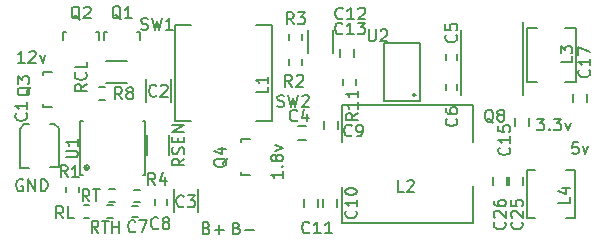
<source format=gto>
G04 #@! TF.FileFunction,Legend,Top*
%FSLAX46Y46*%
G04 Gerber Fmt 4.6, Leading zero omitted, Abs format (unit mm)*
G04 Created by KiCad (PCBNEW 0.201506222246+5806~23~ubuntu14.10.1-product) date Thu 09 Jul 2015 02:08:12 PM CDT*
%MOMM*%
G01*
G04 APERTURE LIST*
%ADD10C,0.100000*%
%ADD11C,0.150000*%
G04 APERTURE END LIST*
D10*
D11*
X104747060Y-102816660D02*
X105509060Y-102816660D01*
X105128060Y-99133660D02*
X104747060Y-99514660D01*
X105483660Y-99133660D02*
X105128060Y-99133660D01*
X104747060Y-99514660D02*
X104747060Y-102816660D01*
X104747060Y-99514660D02*
X104747060Y-102816660D01*
X105483660Y-99133660D02*
X105128060Y-99133660D01*
X105128060Y-99133660D02*
X104747060Y-99514660D01*
X104747060Y-102816660D02*
X105509060Y-102816660D01*
X108049060Y-102791260D02*
X107287060Y-102791260D01*
X107668060Y-99108260D02*
X108049060Y-99489260D01*
X107312460Y-99108260D02*
X107668060Y-99108260D01*
X108049060Y-99489260D02*
X108049060Y-102791260D01*
X108049060Y-99489260D02*
X108049060Y-102791260D01*
X107312460Y-99108260D02*
X107668060Y-99108260D01*
X107668060Y-99108260D02*
X108049060Y-99489260D01*
X108049060Y-102791260D02*
X107287060Y-102791260D01*
X119825000Y-106600000D02*
X119825000Y-104600000D01*
X117775000Y-104600000D02*
X117775000Y-106600000D01*
X128998460Y-100470260D02*
X128298460Y-100470260D01*
X128298460Y-99270260D02*
X128998460Y-99270260D01*
X140784560Y-93219460D02*
X140784560Y-93719460D01*
X141734560Y-93719460D02*
X141734560Y-93219460D01*
X141734560Y-96259460D02*
X141734560Y-95759460D01*
X140784560Y-95759460D02*
X140784560Y-96259460D01*
X114263360Y-106974660D02*
X114763360Y-106974660D01*
X114763360Y-106024660D02*
X114263360Y-106024660D01*
X117172760Y-105924160D02*
X117172760Y-105424160D01*
X116222760Y-105424160D02*
X116222760Y-105924160D01*
X130499560Y-99547160D02*
X130499560Y-98847160D01*
X131699560Y-98847160D02*
X131699560Y-99547160D01*
X131623360Y-105451160D02*
X131623360Y-106151160D01*
X130423360Y-106151160D02*
X130423360Y-105451160D01*
X130000300Y-105435920D02*
X130000300Y-106135920D01*
X128800300Y-106135920D02*
X128800300Y-105435920D01*
X131820360Y-93451160D02*
X131820360Y-92751160D01*
X133020360Y-92751160D02*
X133020360Y-93451160D01*
X146628560Y-99267760D02*
X146628560Y-98567760D01*
X147828560Y-98567760D02*
X147828560Y-99267760D01*
X152730760Y-96586560D02*
X152730760Y-97286560D01*
X151530760Y-97286560D02*
X151530760Y-96586560D01*
X146171360Y-104296960D02*
X146171360Y-103596960D01*
X147371360Y-103596960D02*
X147371360Y-104296960D01*
X144799760Y-104296960D02*
X144799760Y-103596960D01*
X145999760Y-103596960D02*
X145999760Y-104296960D01*
X126095760Y-98892360D02*
X124749560Y-98892360D01*
X126095760Y-98892360D02*
X126095760Y-90713560D01*
X126095760Y-90713560D02*
X124749560Y-90713560D01*
X117916960Y-98892360D02*
X119263160Y-98892360D01*
X117916960Y-98892360D02*
X117916960Y-90713560D01*
X117916960Y-90713560D02*
X119263160Y-90713560D01*
X132052060Y-104404160D02*
X132052060Y-107515660D01*
X132052060Y-107515660D02*
X143101060Y-107515660D01*
X143101060Y-107515660D02*
X143101060Y-104340660D01*
X132052060Y-100657660D02*
X132052060Y-97482660D01*
X132052060Y-97482660D02*
X143101060Y-97482660D01*
X143101060Y-97482660D02*
X143101060Y-100657660D01*
X147685760Y-90992960D02*
X148549360Y-90992960D01*
X147685760Y-90992960D02*
X147685760Y-95514160D01*
X147685760Y-95514160D02*
X148549360Y-95514160D01*
X151013160Y-95514160D02*
X150936960Y-95514160D01*
X151800560Y-90992960D02*
X150936960Y-90992960D01*
X151800560Y-90992960D02*
X151800560Y-95514160D01*
X151800560Y-95514160D02*
X151013160Y-95514160D01*
X147645120Y-103037640D02*
X148381720Y-103037640D01*
X147645120Y-103037640D02*
X147645120Y-107101640D01*
X147645120Y-107101640D02*
X148381720Y-107101640D01*
X151709120Y-103037640D02*
X150972520Y-103037640D01*
X151709120Y-103037640D02*
X151709120Y-107101640D01*
X151709120Y-107101640D02*
X150972520Y-107101640D01*
X114699160Y-91299760D02*
X114650900Y-91299760D01*
X111900180Y-92000800D02*
X111900180Y-91299760D01*
X111900180Y-91299760D02*
X112149100Y-91299760D01*
X114699160Y-91299760D02*
X114899820Y-91299760D01*
X114899820Y-91299760D02*
X114899820Y-92000800D01*
X111230360Y-91313000D02*
X111182100Y-91313000D01*
X108431380Y-92014040D02*
X108431380Y-91313000D01*
X108431380Y-91313000D02*
X108680300Y-91313000D01*
X111230360Y-91313000D02*
X111431020Y-91313000D01*
X111431020Y-91313000D02*
X111431020Y-92014040D01*
X106738420Y-94875400D02*
X106738420Y-94923660D01*
X107439460Y-97674380D02*
X106738420Y-97674380D01*
X106738420Y-97674380D02*
X106738420Y-97425460D01*
X106738420Y-94875400D02*
X106738420Y-94674740D01*
X106738420Y-94674740D02*
X107439460Y-94674740D01*
X123489720Y-100615800D02*
X123489720Y-100664060D01*
X124190760Y-103414780D02*
X123489720Y-103414780D01*
X123489720Y-103414780D02*
X123489720Y-103165860D01*
X123489720Y-100615800D02*
X123489720Y-100415140D01*
X123489720Y-100415140D02*
X124190760Y-100415140D01*
X109725000Y-104900000D02*
X109725000Y-104400000D01*
X108675000Y-104400000D02*
X108675000Y-104900000D01*
X127551960Y-93587760D02*
X127551960Y-94087760D01*
X128601960Y-94087760D02*
X128601960Y-93587760D01*
X128601960Y-91992260D02*
X128601960Y-91492260D01*
X127551960Y-91492260D02*
X127551960Y-91992260D01*
X114428460Y-105716560D02*
X114928460Y-105716560D01*
X114928460Y-104666560D02*
X114428460Y-104666560D01*
X111459200Y-97055160D02*
X111959200Y-97055160D01*
X111959200Y-96005160D02*
X111459200Y-96005160D01*
X113792000Y-95666560D02*
X112064800Y-95666560D01*
X112064800Y-93812360D02*
X113792000Y-93812360D01*
X110135860Y-107050060D02*
X110635860Y-107050060D01*
X110635860Y-106000060D02*
X110135860Y-106000060D01*
X115542060Y-101749860D02*
X115542060Y-100022660D01*
X117396260Y-100022660D02*
X117396260Y-101749860D01*
X112794860Y-104653860D02*
X112294860Y-104653860D01*
X112294860Y-105703860D02*
X112794860Y-105703860D01*
X112091660Y-107037360D02*
X112591660Y-107037360D01*
X112591660Y-105987360D02*
X112091660Y-105987360D01*
X110474760Y-102803960D02*
G75*
G03X110474760Y-102803960I-76200J0D01*
G01*
X110608014Y-102803960D02*
G75*
G03X110608014Y-102803960I-209454J0D01*
G01*
X115148360Y-103438960D02*
X115326160Y-103438960D01*
X115326160Y-103438960D02*
X115326160Y-98892360D01*
X115326160Y-98892360D02*
X115148360Y-98892360D01*
X110093760Y-103464360D02*
X109865160Y-103464360D01*
X109865160Y-103464360D02*
X109865160Y-98841560D01*
X109865160Y-98841560D02*
X110093760Y-98841560D01*
X138183281Y-96659460D02*
G75*
G03X138183281Y-96659460I-44721J0D01*
G01*
X138272782Y-96659460D02*
G75*
G03X138272782Y-96659460I-144222J0D01*
G01*
X138578560Y-97189460D02*
X135568560Y-97189460D01*
X135568560Y-97189460D02*
X135568560Y-92289460D01*
X135568560Y-92289460D02*
X138578560Y-92289460D01*
X138578560Y-92289460D02*
X138578560Y-97189460D01*
X133173960Y-95840360D02*
X133173960Y-95340360D01*
X132123960Y-95340360D02*
X132123960Y-95840360D01*
X147313960Y-90469040D02*
X147313960Y-96669040D01*
X142113960Y-91169040D02*
X142113960Y-96669040D01*
X129160160Y-91135960D02*
X129160160Y-93135960D01*
X131210160Y-93135960D02*
X131210160Y-91135960D01*
X117504320Y-97281240D02*
X117504320Y-95281240D01*
X115454320Y-95281240D02*
X115454320Y-97281240D01*
X123102382Y-107928571D02*
X123245239Y-107976190D01*
X123292858Y-108023810D01*
X123340477Y-108119048D01*
X123340477Y-108261905D01*
X123292858Y-108357143D01*
X123245239Y-108404762D01*
X123150001Y-108452381D01*
X122769048Y-108452381D01*
X122769048Y-107452381D01*
X123102382Y-107452381D01*
X123197620Y-107500000D01*
X123245239Y-107547619D01*
X123292858Y-107642857D01*
X123292858Y-107738095D01*
X123245239Y-107833333D01*
X123197620Y-107880952D01*
X123102382Y-107928571D01*
X122769048Y-107928571D01*
X123769048Y-108071429D02*
X124530953Y-108071429D01*
X105259143Y-98210666D02*
X105306762Y-98258285D01*
X105354381Y-98401142D01*
X105354381Y-98496380D01*
X105306762Y-98639238D01*
X105211524Y-98734476D01*
X105116286Y-98782095D01*
X104925810Y-98829714D01*
X104782952Y-98829714D01*
X104592476Y-98782095D01*
X104497238Y-98734476D01*
X104402000Y-98639238D01*
X104354381Y-98496380D01*
X104354381Y-98401142D01*
X104402000Y-98258285D01*
X104449619Y-98210666D01*
X105354381Y-97258285D02*
X105354381Y-97829714D01*
X105354381Y-97544000D02*
X104354381Y-97544000D01*
X104497238Y-97639238D01*
X104592476Y-97734476D01*
X104640095Y-97829714D01*
X118613014Y-106058743D02*
X118565395Y-106106362D01*
X118422538Y-106153981D01*
X118327300Y-106153981D01*
X118184442Y-106106362D01*
X118089204Y-106011124D01*
X118041585Y-105915886D01*
X117993966Y-105725410D01*
X117993966Y-105582552D01*
X118041585Y-105392076D01*
X118089204Y-105296838D01*
X118184442Y-105201600D01*
X118327300Y-105153981D01*
X118422538Y-105153981D01*
X118565395Y-105201600D01*
X118613014Y-105249219D01*
X118946347Y-105153981D02*
X119565395Y-105153981D01*
X119232061Y-105534933D01*
X119374919Y-105534933D01*
X119470157Y-105582552D01*
X119517776Y-105630171D01*
X119565395Y-105725410D01*
X119565395Y-105963505D01*
X119517776Y-106058743D01*
X119470157Y-106106362D01*
X119374919Y-106153981D01*
X119089204Y-106153981D01*
X118993966Y-106106362D01*
X118946347Y-106058743D01*
X128215094Y-98797383D02*
X128167475Y-98845002D01*
X128024618Y-98892621D01*
X127929380Y-98892621D01*
X127786522Y-98845002D01*
X127691284Y-98749764D01*
X127643665Y-98654526D01*
X127596046Y-98464050D01*
X127596046Y-98321192D01*
X127643665Y-98130716D01*
X127691284Y-98035478D01*
X127786522Y-97940240D01*
X127929380Y-97892621D01*
X128024618Y-97892621D01*
X128167475Y-97940240D01*
X128215094Y-97987859D01*
X129072237Y-98225954D02*
X129072237Y-98892621D01*
X128834141Y-97845002D02*
X128596046Y-98559288D01*
X129215094Y-98559288D01*
X141667503Y-91566026D02*
X141715122Y-91613645D01*
X141762741Y-91756502D01*
X141762741Y-91851740D01*
X141715122Y-91994598D01*
X141619884Y-92089836D01*
X141524646Y-92137455D01*
X141334170Y-92185074D01*
X141191312Y-92185074D01*
X141000836Y-92137455D01*
X140905598Y-92089836D01*
X140810360Y-91994598D01*
X140762741Y-91851740D01*
X140762741Y-91756502D01*
X140810360Y-91613645D01*
X140857979Y-91566026D01*
X140762741Y-90661264D02*
X140762741Y-91137455D01*
X141238931Y-91185074D01*
X141191312Y-91137455D01*
X141143693Y-91042217D01*
X141143693Y-90804121D01*
X141191312Y-90708883D01*
X141238931Y-90661264D01*
X141334170Y-90613645D01*
X141572265Y-90613645D01*
X141667503Y-90661264D01*
X141715122Y-90708883D01*
X141762741Y-90804121D01*
X141762741Y-91042217D01*
X141715122Y-91137455D01*
X141667503Y-91185074D01*
X141692903Y-98652626D02*
X141740522Y-98700245D01*
X141788141Y-98843102D01*
X141788141Y-98938340D01*
X141740522Y-99081198D01*
X141645284Y-99176436D01*
X141550046Y-99224055D01*
X141359570Y-99271674D01*
X141216712Y-99271674D01*
X141026236Y-99224055D01*
X140930998Y-99176436D01*
X140835760Y-99081198D01*
X140788141Y-98938340D01*
X140788141Y-98843102D01*
X140835760Y-98700245D01*
X140883379Y-98652626D01*
X140788141Y-97795483D02*
X140788141Y-97985960D01*
X140835760Y-98081198D01*
X140883379Y-98128817D01*
X141026236Y-98224055D01*
X141216712Y-98271674D01*
X141597665Y-98271674D01*
X141692903Y-98224055D01*
X141740522Y-98176436D01*
X141788141Y-98081198D01*
X141788141Y-97890721D01*
X141740522Y-97795483D01*
X141692903Y-97747864D01*
X141597665Y-97700245D01*
X141359570Y-97700245D01*
X141264331Y-97747864D01*
X141216712Y-97795483D01*
X141169093Y-97890721D01*
X141169093Y-98081198D01*
X141216712Y-98176436D01*
X141264331Y-98224055D01*
X141359570Y-98271674D01*
X114511794Y-108177603D02*
X114464175Y-108225222D01*
X114321318Y-108272841D01*
X114226080Y-108272841D01*
X114083222Y-108225222D01*
X113987984Y-108129984D01*
X113940365Y-108034746D01*
X113892746Y-107844270D01*
X113892746Y-107701412D01*
X113940365Y-107510936D01*
X113987984Y-107415698D01*
X114083222Y-107320460D01*
X114226080Y-107272841D01*
X114321318Y-107272841D01*
X114464175Y-107320460D01*
X114511794Y-107368079D01*
X114845127Y-107272841D02*
X115511794Y-107272841D01*
X115083222Y-108272841D01*
X116442194Y-107910903D02*
X116394575Y-107958522D01*
X116251718Y-108006141D01*
X116156480Y-108006141D01*
X116013622Y-107958522D01*
X115918384Y-107863284D01*
X115870765Y-107768046D01*
X115823146Y-107577570D01*
X115823146Y-107434712D01*
X115870765Y-107244236D01*
X115918384Y-107148998D01*
X116013622Y-107053760D01*
X116156480Y-107006141D01*
X116251718Y-107006141D01*
X116394575Y-107053760D01*
X116442194Y-107101379D01*
X117013622Y-107434712D02*
X116918384Y-107387093D01*
X116870765Y-107339474D01*
X116823146Y-107244236D01*
X116823146Y-107196617D01*
X116870765Y-107101379D01*
X116918384Y-107053760D01*
X117013622Y-107006141D01*
X117204099Y-107006141D01*
X117299337Y-107053760D01*
X117346956Y-107101379D01*
X117394575Y-107196617D01*
X117394575Y-107244236D01*
X117346956Y-107339474D01*
X117299337Y-107387093D01*
X117204099Y-107434712D01*
X117013622Y-107434712D01*
X116918384Y-107482331D01*
X116870765Y-107529950D01*
X116823146Y-107625189D01*
X116823146Y-107815665D01*
X116870765Y-107910903D01*
X116918384Y-107958522D01*
X117013622Y-108006141D01*
X117204099Y-108006141D01*
X117299337Y-107958522D01*
X117346956Y-107910903D01*
X117394575Y-107815665D01*
X117394575Y-107625189D01*
X117346956Y-107529950D01*
X117299337Y-107482331D01*
X117204099Y-107434712D01*
X132833334Y-100057143D02*
X132785715Y-100104762D01*
X132642858Y-100152381D01*
X132547620Y-100152381D01*
X132404762Y-100104762D01*
X132309524Y-100009524D01*
X132261905Y-99914286D01*
X132214286Y-99723810D01*
X132214286Y-99580952D01*
X132261905Y-99390476D01*
X132309524Y-99295238D01*
X132404762Y-99200000D01*
X132547620Y-99152381D01*
X132642858Y-99152381D01*
X132785715Y-99200000D01*
X132833334Y-99247619D01*
X133309524Y-100152381D02*
X133500000Y-100152381D01*
X133595239Y-100104762D01*
X133642858Y-100057143D01*
X133738096Y-99914286D01*
X133785715Y-99723810D01*
X133785715Y-99342857D01*
X133738096Y-99247619D01*
X133690477Y-99200000D01*
X133595239Y-99152381D01*
X133404762Y-99152381D01*
X133309524Y-99200000D01*
X133261905Y-99247619D01*
X133214286Y-99342857D01*
X133214286Y-99580952D01*
X133261905Y-99676190D01*
X133309524Y-99723810D01*
X133404762Y-99771429D01*
X133595239Y-99771429D01*
X133690477Y-99723810D01*
X133738096Y-99676190D01*
X133785715Y-99580952D01*
X133183903Y-106456717D02*
X133231522Y-106504336D01*
X133279141Y-106647193D01*
X133279141Y-106742431D01*
X133231522Y-106885289D01*
X133136284Y-106980527D01*
X133041046Y-107028146D01*
X132850570Y-107075765D01*
X132707712Y-107075765D01*
X132517236Y-107028146D01*
X132421998Y-106980527D01*
X132326760Y-106885289D01*
X132279141Y-106742431D01*
X132279141Y-106647193D01*
X132326760Y-106504336D01*
X132374379Y-106456717D01*
X133279141Y-105504336D02*
X133279141Y-106075765D01*
X133279141Y-105790051D02*
X132279141Y-105790051D01*
X132421998Y-105885289D01*
X132517236Y-105980527D01*
X132564855Y-106075765D01*
X132279141Y-104885289D02*
X132279141Y-104790050D01*
X132326760Y-104694812D01*
X132374379Y-104647193D01*
X132469617Y-104599574D01*
X132660093Y-104551955D01*
X132898189Y-104551955D01*
X133088665Y-104599574D01*
X133183903Y-104647193D01*
X133231522Y-104694812D01*
X133279141Y-104790050D01*
X133279141Y-104885289D01*
X133231522Y-104980527D01*
X133183903Y-105028146D01*
X133088665Y-105075765D01*
X132898189Y-105123384D01*
X132660093Y-105123384D01*
X132469617Y-105075765D01*
X132374379Y-105028146D01*
X132326760Y-104980527D01*
X132279141Y-104885289D01*
X129260363Y-108269043D02*
X129212744Y-108316662D01*
X129069887Y-108364281D01*
X128974649Y-108364281D01*
X128831791Y-108316662D01*
X128736553Y-108221424D01*
X128688934Y-108126186D01*
X128641315Y-107935710D01*
X128641315Y-107792852D01*
X128688934Y-107602376D01*
X128736553Y-107507138D01*
X128831791Y-107411900D01*
X128974649Y-107364281D01*
X129069887Y-107364281D01*
X129212744Y-107411900D01*
X129260363Y-107459519D01*
X130212744Y-108364281D02*
X129641315Y-108364281D01*
X129927029Y-108364281D02*
X129927029Y-107364281D01*
X129831791Y-107507138D01*
X129736553Y-107602376D01*
X129641315Y-107649995D01*
X131165125Y-108364281D02*
X130593696Y-108364281D01*
X130879410Y-108364281D02*
X130879410Y-107364281D01*
X130784172Y-107507138D01*
X130688934Y-107602376D01*
X130593696Y-107649995D01*
X132051823Y-91426303D02*
X132004204Y-91473922D01*
X131861347Y-91521541D01*
X131766109Y-91521541D01*
X131623251Y-91473922D01*
X131528013Y-91378684D01*
X131480394Y-91283446D01*
X131432775Y-91092970D01*
X131432775Y-90950112D01*
X131480394Y-90759636D01*
X131528013Y-90664398D01*
X131623251Y-90569160D01*
X131766109Y-90521541D01*
X131861347Y-90521541D01*
X132004204Y-90569160D01*
X132051823Y-90616779D01*
X133004204Y-91521541D02*
X132432775Y-91521541D01*
X132718489Y-91521541D02*
X132718489Y-90521541D01*
X132623251Y-90664398D01*
X132528013Y-90759636D01*
X132432775Y-90807255D01*
X133337537Y-90521541D02*
X133956585Y-90521541D01*
X133623251Y-90902493D01*
X133766109Y-90902493D01*
X133861347Y-90950112D01*
X133908966Y-90997731D01*
X133956585Y-91092970D01*
X133956585Y-91331065D01*
X133908966Y-91426303D01*
X133861347Y-91473922D01*
X133766109Y-91521541D01*
X133480394Y-91521541D01*
X133385156Y-91473922D01*
X133337537Y-91426303D01*
X146163303Y-101110017D02*
X146210922Y-101157636D01*
X146258541Y-101300493D01*
X146258541Y-101395731D01*
X146210922Y-101538589D01*
X146115684Y-101633827D01*
X146020446Y-101681446D01*
X145829970Y-101729065D01*
X145687112Y-101729065D01*
X145496636Y-101681446D01*
X145401398Y-101633827D01*
X145306160Y-101538589D01*
X145258541Y-101395731D01*
X145258541Y-101300493D01*
X145306160Y-101157636D01*
X145353779Y-101110017D01*
X146258541Y-100157636D02*
X146258541Y-100729065D01*
X146258541Y-100443351D02*
X145258541Y-100443351D01*
X145401398Y-100538589D01*
X145496636Y-100633827D01*
X145544255Y-100729065D01*
X145258541Y-99252874D02*
X145258541Y-99729065D01*
X145734731Y-99776684D01*
X145687112Y-99729065D01*
X145639493Y-99633827D01*
X145639493Y-99395731D01*
X145687112Y-99300493D01*
X145734731Y-99252874D01*
X145829970Y-99205255D01*
X146068065Y-99205255D01*
X146163303Y-99252874D01*
X146210922Y-99300493D01*
X146258541Y-99395731D01*
X146258541Y-99633827D01*
X146210922Y-99729065D01*
X146163303Y-99776684D01*
X152929863Y-94526337D02*
X152977482Y-94573956D01*
X153025101Y-94716813D01*
X153025101Y-94812051D01*
X152977482Y-94954909D01*
X152882244Y-95050147D01*
X152787006Y-95097766D01*
X152596530Y-95145385D01*
X152453672Y-95145385D01*
X152263196Y-95097766D01*
X152167958Y-95050147D01*
X152072720Y-94954909D01*
X152025101Y-94812051D01*
X152025101Y-94716813D01*
X152072720Y-94573956D01*
X152120339Y-94526337D01*
X153025101Y-93573956D02*
X153025101Y-94145385D01*
X153025101Y-93859671D02*
X152025101Y-93859671D01*
X152167958Y-93954909D01*
X152263196Y-94050147D01*
X152310815Y-94145385D01*
X152025101Y-93240623D02*
X152025101Y-92573956D01*
X153025101Y-93002528D01*
X147230103Y-107409217D02*
X147277722Y-107456836D01*
X147325341Y-107599693D01*
X147325341Y-107694931D01*
X147277722Y-107837789D01*
X147182484Y-107933027D01*
X147087246Y-107980646D01*
X146896770Y-108028265D01*
X146753912Y-108028265D01*
X146563436Y-107980646D01*
X146468198Y-107933027D01*
X146372960Y-107837789D01*
X146325341Y-107694931D01*
X146325341Y-107599693D01*
X146372960Y-107456836D01*
X146420579Y-107409217D01*
X146420579Y-107028265D02*
X146372960Y-106980646D01*
X146325341Y-106885408D01*
X146325341Y-106647312D01*
X146372960Y-106552074D01*
X146420579Y-106504455D01*
X146515817Y-106456836D01*
X146611055Y-106456836D01*
X146753912Y-106504455D01*
X147325341Y-107075884D01*
X147325341Y-106456836D01*
X146325341Y-105552074D02*
X146325341Y-106028265D01*
X146801531Y-106075884D01*
X146753912Y-106028265D01*
X146706293Y-105933027D01*
X146706293Y-105694931D01*
X146753912Y-105599693D01*
X146801531Y-105552074D01*
X146896770Y-105504455D01*
X147134865Y-105504455D01*
X147230103Y-105552074D01*
X147277722Y-105599693D01*
X147325341Y-105694931D01*
X147325341Y-105933027D01*
X147277722Y-106028265D01*
X147230103Y-106075884D01*
X145782303Y-107409217D02*
X145829922Y-107456836D01*
X145877541Y-107599693D01*
X145877541Y-107694931D01*
X145829922Y-107837789D01*
X145734684Y-107933027D01*
X145639446Y-107980646D01*
X145448970Y-108028265D01*
X145306112Y-108028265D01*
X145115636Y-107980646D01*
X145020398Y-107933027D01*
X144925160Y-107837789D01*
X144877541Y-107694931D01*
X144877541Y-107599693D01*
X144925160Y-107456836D01*
X144972779Y-107409217D01*
X144972779Y-107028265D02*
X144925160Y-106980646D01*
X144877541Y-106885408D01*
X144877541Y-106647312D01*
X144925160Y-106552074D01*
X144972779Y-106504455D01*
X145068017Y-106456836D01*
X145163255Y-106456836D01*
X145306112Y-106504455D01*
X145877541Y-107075884D01*
X145877541Y-106456836D01*
X144877541Y-105599693D02*
X144877541Y-105790170D01*
X144925160Y-105885408D01*
X144972779Y-105933027D01*
X145115636Y-106028265D01*
X145306112Y-106075884D01*
X145687065Y-106075884D01*
X145782303Y-106028265D01*
X145829922Y-105980646D01*
X145877541Y-105885408D01*
X145877541Y-105694931D01*
X145829922Y-105599693D01*
X145782303Y-105552074D01*
X145687065Y-105504455D01*
X145448970Y-105504455D01*
X145353731Y-105552074D01*
X145306112Y-105599693D01*
X145258493Y-105694931D01*
X145258493Y-105885408D01*
X145306112Y-105980646D01*
X145353731Y-106028265D01*
X145448970Y-106075884D01*
X125709941Y-95947526D02*
X125709941Y-96423717D01*
X124709941Y-96423717D01*
X125709941Y-95090383D02*
X125709941Y-95661812D01*
X125709941Y-95376098D02*
X124709941Y-95376098D01*
X124852798Y-95471336D01*
X124948036Y-95566574D01*
X124995655Y-95661812D01*
X137247334Y-104846381D02*
X136771143Y-104846381D01*
X136771143Y-103846381D01*
X137533048Y-103941619D02*
X137580667Y-103894000D01*
X137675905Y-103846381D01*
X137914001Y-103846381D01*
X138009239Y-103894000D01*
X138056858Y-103941619D01*
X138104477Y-104036857D01*
X138104477Y-104132095D01*
X138056858Y-104274952D01*
X137485429Y-104846381D01*
X138104477Y-104846381D01*
X151516341Y-93369426D02*
X151516341Y-93845617D01*
X150516341Y-93845617D01*
X150516341Y-93131331D02*
X150516341Y-92512283D01*
X150897293Y-92845617D01*
X150897293Y-92702759D01*
X150944912Y-92607521D01*
X150992531Y-92559902D01*
X151087770Y-92512283D01*
X151325865Y-92512283D01*
X151421103Y-92559902D01*
X151468722Y-92607521D01*
X151516341Y-92702759D01*
X151516341Y-92988474D01*
X151468722Y-93083712D01*
X151421103Y-93131331D01*
X151328381Y-105322666D02*
X151328381Y-105798857D01*
X150328381Y-105798857D01*
X150661714Y-104560761D02*
X151328381Y-104560761D01*
X150280762Y-104798857D02*
X150995048Y-105036952D01*
X150995048Y-104417904D01*
X113304762Y-90247619D02*
X113209524Y-90200000D01*
X113114286Y-90104762D01*
X112971429Y-89961905D01*
X112876190Y-89914286D01*
X112780952Y-89914286D01*
X112828571Y-90152381D02*
X112733333Y-90104762D01*
X112638095Y-90009524D01*
X112590476Y-89819048D01*
X112590476Y-89485714D01*
X112638095Y-89295238D01*
X112733333Y-89200000D01*
X112828571Y-89152381D01*
X113019048Y-89152381D01*
X113114286Y-89200000D01*
X113209524Y-89295238D01*
X113257143Y-89485714D01*
X113257143Y-89819048D01*
X113209524Y-90009524D01*
X113114286Y-90104762D01*
X113019048Y-90152381D01*
X112828571Y-90152381D01*
X114209524Y-90152381D02*
X113638095Y-90152381D01*
X113923809Y-90152381D02*
X113923809Y-89152381D01*
X113828571Y-89295238D01*
X113733333Y-89390476D01*
X113638095Y-89438095D01*
X109835962Y-90260859D02*
X109740724Y-90213240D01*
X109645486Y-90118002D01*
X109502629Y-89975145D01*
X109407390Y-89927526D01*
X109312152Y-89927526D01*
X109359771Y-90165621D02*
X109264533Y-90118002D01*
X109169295Y-90022764D01*
X109121676Y-89832288D01*
X109121676Y-89498954D01*
X109169295Y-89308478D01*
X109264533Y-89213240D01*
X109359771Y-89165621D01*
X109550248Y-89165621D01*
X109645486Y-89213240D01*
X109740724Y-89308478D01*
X109788343Y-89498954D01*
X109788343Y-89832288D01*
X109740724Y-90022764D01*
X109645486Y-90118002D01*
X109550248Y-90165621D01*
X109359771Y-90165621D01*
X110169295Y-89260859D02*
X110216914Y-89213240D01*
X110312152Y-89165621D01*
X110550248Y-89165621D01*
X110645486Y-89213240D01*
X110693105Y-89260859D01*
X110740724Y-89356097D01*
X110740724Y-89451335D01*
X110693105Y-89594192D01*
X110121676Y-90165621D01*
X110740724Y-90165621D01*
X105647739Y-95975158D02*
X105600120Y-96070396D01*
X105504882Y-96165634D01*
X105362025Y-96308491D01*
X105314406Y-96403730D01*
X105314406Y-96498968D01*
X105552501Y-96451349D02*
X105504882Y-96546587D01*
X105409644Y-96641825D01*
X105219168Y-96689444D01*
X104885834Y-96689444D01*
X104695358Y-96641825D01*
X104600120Y-96546587D01*
X104552501Y-96451349D01*
X104552501Y-96260872D01*
X104600120Y-96165634D01*
X104695358Y-96070396D01*
X104885834Y-96022777D01*
X105219168Y-96022777D01*
X105409644Y-96070396D01*
X105504882Y-96165634D01*
X105552501Y-96260872D01*
X105552501Y-96451349D01*
X104552501Y-95689444D02*
X104552501Y-95070396D01*
X104933453Y-95403730D01*
X104933453Y-95260872D01*
X104981072Y-95165634D01*
X105028691Y-95118015D01*
X105123930Y-95070396D01*
X105362025Y-95070396D01*
X105457263Y-95118015D01*
X105504882Y-95165634D01*
X105552501Y-95260872D01*
X105552501Y-95546587D01*
X105504882Y-95641825D01*
X105457263Y-95689444D01*
X122297619Y-101995238D02*
X122250000Y-102090476D01*
X122154762Y-102185714D01*
X122011905Y-102328571D01*
X121964286Y-102423810D01*
X121964286Y-102519048D01*
X122202381Y-102471429D02*
X122154762Y-102566667D01*
X122059524Y-102661905D01*
X121869048Y-102709524D01*
X121535714Y-102709524D01*
X121345238Y-102661905D01*
X121250000Y-102566667D01*
X121202381Y-102471429D01*
X121202381Y-102280952D01*
X121250000Y-102185714D01*
X121345238Y-102090476D01*
X121535714Y-102042857D01*
X121869048Y-102042857D01*
X122059524Y-102090476D01*
X122154762Y-102185714D01*
X122202381Y-102280952D01*
X122202381Y-102471429D01*
X121535714Y-101185714D02*
X122202381Y-101185714D01*
X121154762Y-101423810D02*
X121869048Y-101661905D01*
X121869048Y-101042857D01*
X108783334Y-103602381D02*
X108450000Y-103126190D01*
X108211905Y-103602381D02*
X108211905Y-102602381D01*
X108592858Y-102602381D01*
X108688096Y-102650000D01*
X108735715Y-102697619D01*
X108783334Y-102792857D01*
X108783334Y-102935714D01*
X108735715Y-103030952D01*
X108688096Y-103078571D01*
X108592858Y-103126190D01*
X108211905Y-103126190D01*
X109735715Y-103602381D02*
X109164286Y-103602381D01*
X109450000Y-103602381D02*
X109450000Y-102602381D01*
X109354762Y-102745238D01*
X109259524Y-102840476D01*
X109164286Y-102888095D01*
X127783294Y-95941141D02*
X127449960Y-95464950D01*
X127211865Y-95941141D02*
X127211865Y-94941141D01*
X127592818Y-94941141D01*
X127688056Y-94988760D01*
X127735675Y-95036379D01*
X127783294Y-95131617D01*
X127783294Y-95274474D01*
X127735675Y-95369712D01*
X127688056Y-95417331D01*
X127592818Y-95464950D01*
X127211865Y-95464950D01*
X128164246Y-95036379D02*
X128211865Y-94988760D01*
X128307103Y-94941141D01*
X128545199Y-94941141D01*
X128640437Y-94988760D01*
X128688056Y-95036379D01*
X128735675Y-95131617D01*
X128735675Y-95226855D01*
X128688056Y-95369712D01*
X128116627Y-95941141D01*
X128735675Y-95941141D01*
X127925534Y-90657941D02*
X127592200Y-90181750D01*
X127354105Y-90657941D02*
X127354105Y-89657941D01*
X127735058Y-89657941D01*
X127830296Y-89705560D01*
X127877915Y-89753179D01*
X127925534Y-89848417D01*
X127925534Y-89991274D01*
X127877915Y-90086512D01*
X127830296Y-90134131D01*
X127735058Y-90181750D01*
X127354105Y-90181750D01*
X128258867Y-89657941D02*
X128877915Y-89657941D01*
X128544581Y-90038893D01*
X128687439Y-90038893D01*
X128782677Y-90086512D01*
X128830296Y-90134131D01*
X128877915Y-90229370D01*
X128877915Y-90467465D01*
X128830296Y-90562703D01*
X128782677Y-90610322D01*
X128687439Y-90657941D01*
X128401724Y-90657941D01*
X128306486Y-90610322D01*
X128258867Y-90562703D01*
X116200894Y-104259641D02*
X115867560Y-103783450D01*
X115629465Y-104259641D02*
X115629465Y-103259641D01*
X116010418Y-103259641D01*
X116105656Y-103307260D01*
X116153275Y-103354879D01*
X116200894Y-103450117D01*
X116200894Y-103592974D01*
X116153275Y-103688212D01*
X116105656Y-103735831D01*
X116010418Y-103783450D01*
X115629465Y-103783450D01*
X117058037Y-103592974D02*
X117058037Y-104259641D01*
X116819941Y-103212022D02*
X116581846Y-103926308D01*
X117200894Y-103926308D01*
X113383334Y-97002381D02*
X113050000Y-96526190D01*
X112811905Y-97002381D02*
X112811905Y-96002381D01*
X113192858Y-96002381D01*
X113288096Y-96050000D01*
X113335715Y-96097619D01*
X113383334Y-96192857D01*
X113383334Y-96335714D01*
X113335715Y-96430952D01*
X113288096Y-96478571D01*
X113192858Y-96526190D01*
X112811905Y-96526190D01*
X113954762Y-96430952D02*
X113859524Y-96383333D01*
X113811905Y-96335714D01*
X113764286Y-96240476D01*
X113764286Y-96192857D01*
X113811905Y-96097619D01*
X113859524Y-96050000D01*
X113954762Y-96002381D01*
X114145239Y-96002381D01*
X114240477Y-96050000D01*
X114288096Y-96097619D01*
X114335715Y-96192857D01*
X114335715Y-96240476D01*
X114288096Y-96335714D01*
X114240477Y-96383333D01*
X114145239Y-96430952D01*
X113954762Y-96430952D01*
X113859524Y-96478571D01*
X113811905Y-96526190D01*
X113764286Y-96621429D01*
X113764286Y-96811905D01*
X113811905Y-96907143D01*
X113859524Y-96954762D01*
X113954762Y-97002381D01*
X114145239Y-97002381D01*
X114240477Y-96954762D01*
X114288096Y-96907143D01*
X114335715Y-96811905D01*
X114335715Y-96621429D01*
X114288096Y-96526190D01*
X114240477Y-96478571D01*
X114145239Y-96430952D01*
X110402381Y-95745238D02*
X109926190Y-96078572D01*
X110402381Y-96316667D02*
X109402381Y-96316667D01*
X109402381Y-95935714D01*
X109450000Y-95840476D01*
X109497619Y-95792857D01*
X109592857Y-95745238D01*
X109735714Y-95745238D01*
X109830952Y-95792857D01*
X109878571Y-95840476D01*
X109926190Y-95935714D01*
X109926190Y-96316667D01*
X110307143Y-94745238D02*
X110354762Y-94792857D01*
X110402381Y-94935714D01*
X110402381Y-95030952D01*
X110354762Y-95173810D01*
X110259524Y-95269048D01*
X110164286Y-95316667D01*
X109973810Y-95364286D01*
X109830952Y-95364286D01*
X109640476Y-95316667D01*
X109545238Y-95269048D01*
X109450000Y-95173810D01*
X109402381Y-95030952D01*
X109402381Y-94935714D01*
X109450000Y-94792857D01*
X109497619Y-94745238D01*
X110402381Y-93840476D02*
X110402381Y-94316667D01*
X109402381Y-94316667D01*
X108411022Y-107091741D02*
X108077688Y-106615550D01*
X107839593Y-107091741D02*
X107839593Y-106091741D01*
X108220546Y-106091741D01*
X108315784Y-106139360D01*
X108363403Y-106186979D01*
X108411022Y-106282217D01*
X108411022Y-106425074D01*
X108363403Y-106520312D01*
X108315784Y-106567931D01*
X108220546Y-106615550D01*
X107839593Y-106615550D01*
X109315784Y-107091741D02*
X108839593Y-107091741D01*
X108839593Y-106091741D01*
X118652381Y-102042857D02*
X118176190Y-102376191D01*
X118652381Y-102614286D02*
X117652381Y-102614286D01*
X117652381Y-102233333D01*
X117700000Y-102138095D01*
X117747619Y-102090476D01*
X117842857Y-102042857D01*
X117985714Y-102042857D01*
X118080952Y-102090476D01*
X118128571Y-102138095D01*
X118176190Y-102233333D01*
X118176190Y-102614286D01*
X118604762Y-101661905D02*
X118652381Y-101519048D01*
X118652381Y-101280952D01*
X118604762Y-101185714D01*
X118557143Y-101138095D01*
X118461905Y-101090476D01*
X118366667Y-101090476D01*
X118271429Y-101138095D01*
X118223810Y-101185714D01*
X118176190Y-101280952D01*
X118128571Y-101471429D01*
X118080952Y-101566667D01*
X118033333Y-101614286D01*
X117938095Y-101661905D01*
X117842857Y-101661905D01*
X117747619Y-101614286D01*
X117700000Y-101566667D01*
X117652381Y-101471429D01*
X117652381Y-101233333D01*
X117700000Y-101090476D01*
X118128571Y-100661905D02*
X118128571Y-100328571D01*
X118652381Y-100185714D02*
X118652381Y-100661905D01*
X117652381Y-100661905D01*
X117652381Y-100185714D01*
X118652381Y-99757143D02*
X117652381Y-99757143D01*
X118652381Y-99185714D01*
X117652381Y-99185714D01*
X110628572Y-105652381D02*
X110295238Y-105176190D01*
X110057143Y-105652381D02*
X110057143Y-104652381D01*
X110438096Y-104652381D01*
X110533334Y-104700000D01*
X110580953Y-104747619D01*
X110628572Y-104842857D01*
X110628572Y-104985714D01*
X110580953Y-105080952D01*
X110533334Y-105128571D01*
X110438096Y-105176190D01*
X110057143Y-105176190D01*
X110914286Y-104652381D02*
X111485715Y-104652381D01*
X111200000Y-105652381D02*
X111200000Y-104652381D01*
X111390822Y-108310941D02*
X111057488Y-107834750D01*
X110819393Y-108310941D02*
X110819393Y-107310941D01*
X111200346Y-107310941D01*
X111295584Y-107358560D01*
X111343203Y-107406179D01*
X111390822Y-107501417D01*
X111390822Y-107644274D01*
X111343203Y-107739512D01*
X111295584Y-107787131D01*
X111200346Y-107834750D01*
X110819393Y-107834750D01*
X111676536Y-107310941D02*
X112247965Y-107310941D01*
X111962250Y-108310941D02*
X111962250Y-107310941D01*
X112581298Y-108310941D02*
X112581298Y-107310941D01*
X112581298Y-107787131D02*
X113152727Y-107787131D01*
X113152727Y-108310941D02*
X113152727Y-107310941D01*
X108646141Y-101939465D02*
X109455665Y-101939465D01*
X109550903Y-101891846D01*
X109598522Y-101844227D01*
X109646141Y-101748989D01*
X109646141Y-101558512D01*
X109598522Y-101463274D01*
X109550903Y-101415655D01*
X109455665Y-101368036D01*
X108646141Y-101368036D01*
X109646141Y-100368036D02*
X109646141Y-100939465D01*
X109646141Y-100653751D02*
X108646141Y-100653751D01*
X108788998Y-100748989D01*
X108884236Y-100844227D01*
X108931855Y-100939465D01*
X134288095Y-91102381D02*
X134288095Y-91911905D01*
X134335714Y-92007143D01*
X134383333Y-92054762D01*
X134478571Y-92102381D01*
X134669048Y-92102381D01*
X134764286Y-92054762D01*
X134811905Y-92007143D01*
X134859524Y-91911905D01*
X134859524Y-91102381D01*
X135288095Y-91197619D02*
X135335714Y-91150000D01*
X135430952Y-91102381D01*
X135669048Y-91102381D01*
X135764286Y-91150000D01*
X135811905Y-91197619D01*
X135859524Y-91292857D01*
X135859524Y-91388095D01*
X135811905Y-91530952D01*
X135240476Y-92102381D01*
X135859524Y-92102381D01*
X133352381Y-98192857D02*
X132876190Y-98526191D01*
X133352381Y-98764286D02*
X132352381Y-98764286D01*
X132352381Y-98383333D01*
X132400000Y-98288095D01*
X132447619Y-98240476D01*
X132542857Y-98192857D01*
X132685714Y-98192857D01*
X132780952Y-98240476D01*
X132828571Y-98288095D01*
X132876190Y-98383333D01*
X132876190Y-98764286D01*
X133352381Y-97240476D02*
X133352381Y-97811905D01*
X133352381Y-97526191D02*
X132352381Y-97526191D01*
X132495238Y-97621429D01*
X132590476Y-97716667D01*
X132638095Y-97811905D01*
X133352381Y-96288095D02*
X133352381Y-96859524D01*
X133352381Y-96573810D02*
X132352381Y-96573810D01*
X132495238Y-96669048D01*
X132590476Y-96764286D01*
X132638095Y-96859524D01*
X144837162Y-98998019D02*
X144741924Y-98950400D01*
X144646686Y-98855162D01*
X144503829Y-98712305D01*
X144408590Y-98664686D01*
X144313352Y-98664686D01*
X144360971Y-98902781D02*
X144265733Y-98855162D01*
X144170495Y-98759924D01*
X144122876Y-98569448D01*
X144122876Y-98236114D01*
X144170495Y-98045638D01*
X144265733Y-97950400D01*
X144360971Y-97902781D01*
X144551448Y-97902781D01*
X144646686Y-97950400D01*
X144741924Y-98045638D01*
X144789543Y-98236114D01*
X144789543Y-98569448D01*
X144741924Y-98759924D01*
X144646686Y-98855162D01*
X144551448Y-98902781D01*
X144360971Y-98902781D01*
X145360971Y-98331352D02*
X145265733Y-98283733D01*
X145218114Y-98236114D01*
X145170495Y-98140876D01*
X145170495Y-98093257D01*
X145218114Y-97998019D01*
X145265733Y-97950400D01*
X145360971Y-97902781D01*
X145551448Y-97902781D01*
X145646686Y-97950400D01*
X145694305Y-97998019D01*
X145741924Y-98093257D01*
X145741924Y-98140876D01*
X145694305Y-98236114D01*
X145646686Y-98283733D01*
X145551448Y-98331352D01*
X145360971Y-98331352D01*
X145265733Y-98378971D01*
X145218114Y-98426590D01*
X145170495Y-98521829D01*
X145170495Y-98712305D01*
X145218114Y-98807543D01*
X145265733Y-98855162D01*
X145360971Y-98902781D01*
X145551448Y-98902781D01*
X145646686Y-98855162D01*
X145694305Y-98807543D01*
X145741924Y-98712305D01*
X145741924Y-98521829D01*
X145694305Y-98426590D01*
X145646686Y-98378971D01*
X145551448Y-98331352D01*
X127010421Y-103120723D02*
X127010421Y-103692152D01*
X127010421Y-103406438D02*
X126010421Y-103406438D01*
X126153278Y-103501676D01*
X126248516Y-103596914D01*
X126296135Y-103692152D01*
X126915183Y-102692152D02*
X126962802Y-102644533D01*
X127010421Y-102692152D01*
X126962802Y-102739771D01*
X126915183Y-102692152D01*
X127010421Y-102692152D01*
X126438992Y-102073105D02*
X126391373Y-102168343D01*
X126343754Y-102215962D01*
X126248516Y-102263581D01*
X126200897Y-102263581D01*
X126105659Y-102215962D01*
X126058040Y-102168343D01*
X126010421Y-102073105D01*
X126010421Y-101882628D01*
X126058040Y-101787390D01*
X126105659Y-101739771D01*
X126200897Y-101692152D01*
X126248516Y-101692152D01*
X126343754Y-101739771D01*
X126391373Y-101787390D01*
X126438992Y-101882628D01*
X126438992Y-102073105D01*
X126486611Y-102168343D01*
X126534230Y-102215962D01*
X126629469Y-102263581D01*
X126819945Y-102263581D01*
X126915183Y-102215962D01*
X126962802Y-102168343D01*
X127010421Y-102073105D01*
X127010421Y-101882628D01*
X126962802Y-101787390D01*
X126915183Y-101739771D01*
X126819945Y-101692152D01*
X126629469Y-101692152D01*
X126534230Y-101739771D01*
X126486611Y-101787390D01*
X126438992Y-101882628D01*
X126343754Y-101358819D02*
X127010421Y-101120724D01*
X126343754Y-100882628D01*
X148517789Y-98649541D02*
X149136837Y-98649541D01*
X148803503Y-99030493D01*
X148946361Y-99030493D01*
X149041599Y-99078112D01*
X149089218Y-99125731D01*
X149136837Y-99220970D01*
X149136837Y-99459065D01*
X149089218Y-99554303D01*
X149041599Y-99601922D01*
X148946361Y-99649541D01*
X148660646Y-99649541D01*
X148565408Y-99601922D01*
X148517789Y-99554303D01*
X149565408Y-99554303D02*
X149613027Y-99601922D01*
X149565408Y-99649541D01*
X149517789Y-99601922D01*
X149565408Y-99554303D01*
X149565408Y-99649541D01*
X149946360Y-98649541D02*
X150565408Y-98649541D01*
X150232074Y-99030493D01*
X150374932Y-99030493D01*
X150470170Y-99078112D01*
X150517789Y-99125731D01*
X150565408Y-99220970D01*
X150565408Y-99459065D01*
X150517789Y-99554303D01*
X150470170Y-99601922D01*
X150374932Y-99649541D01*
X150089217Y-99649541D01*
X149993979Y-99601922D01*
X149946360Y-99554303D01*
X150898741Y-98982874D02*
X151136836Y-99649541D01*
X151374932Y-98982874D01*
X152007143Y-100652381D02*
X151530952Y-100652381D01*
X151483333Y-101128571D01*
X151530952Y-101080952D01*
X151626190Y-101033333D01*
X151864286Y-101033333D01*
X151959524Y-101080952D01*
X152007143Y-101128571D01*
X152054762Y-101223810D01*
X152054762Y-101461905D01*
X152007143Y-101557143D01*
X151959524Y-101604762D01*
X151864286Y-101652381D01*
X151626190Y-101652381D01*
X151530952Y-101604762D01*
X151483333Y-101557143D01*
X152388095Y-100985714D02*
X152626190Y-101652381D01*
X152864286Y-100985714D01*
X126545507Y-97610562D02*
X126688364Y-97658181D01*
X126926460Y-97658181D01*
X127021698Y-97610562D01*
X127069317Y-97562943D01*
X127116936Y-97467705D01*
X127116936Y-97372467D01*
X127069317Y-97277229D01*
X127021698Y-97229610D01*
X126926460Y-97181990D01*
X126735983Y-97134371D01*
X126640745Y-97086752D01*
X126593126Y-97039133D01*
X126545507Y-96943895D01*
X126545507Y-96848657D01*
X126593126Y-96753419D01*
X126640745Y-96705800D01*
X126735983Y-96658181D01*
X126974079Y-96658181D01*
X127116936Y-96705800D01*
X127450269Y-96658181D02*
X127688364Y-97658181D01*
X127878841Y-96943895D01*
X128069317Y-97658181D01*
X128307412Y-96658181D01*
X128640745Y-96753419D02*
X128688364Y-96705800D01*
X128783602Y-96658181D01*
X129021698Y-96658181D01*
X129116936Y-96705800D01*
X129164555Y-96753419D01*
X129212174Y-96848657D01*
X129212174Y-96943895D01*
X129164555Y-97086752D01*
X128593126Y-97658181D01*
X129212174Y-97658181D01*
X132077223Y-90161383D02*
X132029604Y-90209002D01*
X131886747Y-90256621D01*
X131791509Y-90256621D01*
X131648651Y-90209002D01*
X131553413Y-90113764D01*
X131505794Y-90018526D01*
X131458175Y-89828050D01*
X131458175Y-89685192D01*
X131505794Y-89494716D01*
X131553413Y-89399478D01*
X131648651Y-89304240D01*
X131791509Y-89256621D01*
X131886747Y-89256621D01*
X132029604Y-89304240D01*
X132077223Y-89351859D01*
X133029604Y-90256621D02*
X132458175Y-90256621D01*
X132743889Y-90256621D02*
X132743889Y-89256621D01*
X132648651Y-89399478D01*
X132553413Y-89494716D01*
X132458175Y-89542335D01*
X133410556Y-89351859D02*
X133458175Y-89304240D01*
X133553413Y-89256621D01*
X133791509Y-89256621D01*
X133886747Y-89304240D01*
X133934366Y-89351859D01*
X133981985Y-89447097D01*
X133981985Y-89542335D01*
X133934366Y-89685192D01*
X133362937Y-90256621D01*
X133981985Y-90256621D01*
X114998667Y-91082762D02*
X115141524Y-91130381D01*
X115379620Y-91130381D01*
X115474858Y-91082762D01*
X115522477Y-91035143D01*
X115570096Y-90939905D01*
X115570096Y-90844667D01*
X115522477Y-90749429D01*
X115474858Y-90701810D01*
X115379620Y-90654190D01*
X115189143Y-90606571D01*
X115093905Y-90558952D01*
X115046286Y-90511333D01*
X114998667Y-90416095D01*
X114998667Y-90320857D01*
X115046286Y-90225619D01*
X115093905Y-90178000D01*
X115189143Y-90130381D01*
X115427239Y-90130381D01*
X115570096Y-90178000D01*
X115903429Y-90130381D02*
X116141524Y-91130381D01*
X116332001Y-90416095D01*
X116522477Y-91130381D01*
X116760572Y-90130381D01*
X117665334Y-91130381D02*
X117093905Y-91130381D01*
X117379619Y-91130381D02*
X117379619Y-90130381D01*
X117284381Y-90273238D01*
X117189143Y-90368476D01*
X117093905Y-90416095D01*
X116302494Y-96694263D02*
X116254875Y-96741882D01*
X116112018Y-96789501D01*
X116016780Y-96789501D01*
X115873922Y-96741882D01*
X115778684Y-96646644D01*
X115731065Y-96551406D01*
X115683446Y-96360930D01*
X115683446Y-96218072D01*
X115731065Y-96027596D01*
X115778684Y-95932358D01*
X115873922Y-95837120D01*
X116016780Y-95789501D01*
X116112018Y-95789501D01*
X116254875Y-95837120D01*
X116302494Y-95884739D01*
X116683446Y-95884739D02*
X116731065Y-95837120D01*
X116826303Y-95789501D01*
X117064399Y-95789501D01*
X117159637Y-95837120D01*
X117207256Y-95884739D01*
X117254875Y-95979977D01*
X117254875Y-96075215D01*
X117207256Y-96218072D01*
X116635827Y-96789501D01*
X117254875Y-96789501D01*
X104988456Y-103840660D02*
X104893218Y-103793041D01*
X104750361Y-103793041D01*
X104607503Y-103840660D01*
X104512265Y-103935898D01*
X104464646Y-104031136D01*
X104417027Y-104221612D01*
X104417027Y-104364470D01*
X104464646Y-104554946D01*
X104512265Y-104650184D01*
X104607503Y-104745422D01*
X104750361Y-104793041D01*
X104845599Y-104793041D01*
X104988456Y-104745422D01*
X105036075Y-104697803D01*
X105036075Y-104364470D01*
X104845599Y-104364470D01*
X105464646Y-104793041D02*
X105464646Y-103793041D01*
X106036075Y-104793041D01*
X106036075Y-103793041D01*
X106512265Y-104793041D02*
X106512265Y-103793041D01*
X106750360Y-103793041D01*
X106893218Y-103840660D01*
X106988456Y-103935898D01*
X107036075Y-104031136D01*
X107083694Y-104221612D01*
X107083694Y-104364470D01*
X107036075Y-104554946D01*
X106988456Y-104650184D01*
X106893218Y-104745422D01*
X106750360Y-104793041D01*
X106512265Y-104793041D01*
X105137272Y-93926481D02*
X104565843Y-93926481D01*
X104851557Y-93926481D02*
X104851557Y-92926481D01*
X104756319Y-93069338D01*
X104661081Y-93164576D01*
X104565843Y-93212195D01*
X105518224Y-93021719D02*
X105565843Y-92974100D01*
X105661081Y-92926481D01*
X105899177Y-92926481D01*
X105994415Y-92974100D01*
X106042034Y-93021719D01*
X106089653Y-93116957D01*
X106089653Y-93212195D01*
X106042034Y-93355052D01*
X105470605Y-93926481D01*
X106089653Y-93926481D01*
X106422986Y-93259814D02*
X106661081Y-93926481D01*
X106899177Y-93259814D01*
X120557042Y-107919211D02*
X120699899Y-107966830D01*
X120747518Y-108014450D01*
X120795137Y-108109688D01*
X120795137Y-108252545D01*
X120747518Y-108347783D01*
X120699899Y-108395402D01*
X120604661Y-108443021D01*
X120223708Y-108443021D01*
X120223708Y-107443021D01*
X120557042Y-107443021D01*
X120652280Y-107490640D01*
X120699899Y-107538259D01*
X120747518Y-107633497D01*
X120747518Y-107728735D01*
X120699899Y-107823973D01*
X120652280Y-107871592D01*
X120557042Y-107919211D01*
X120223708Y-107919211D01*
X121223708Y-108062069D02*
X121985613Y-108062069D01*
X121604661Y-108443021D02*
X121604661Y-107681116D01*
M02*

</source>
